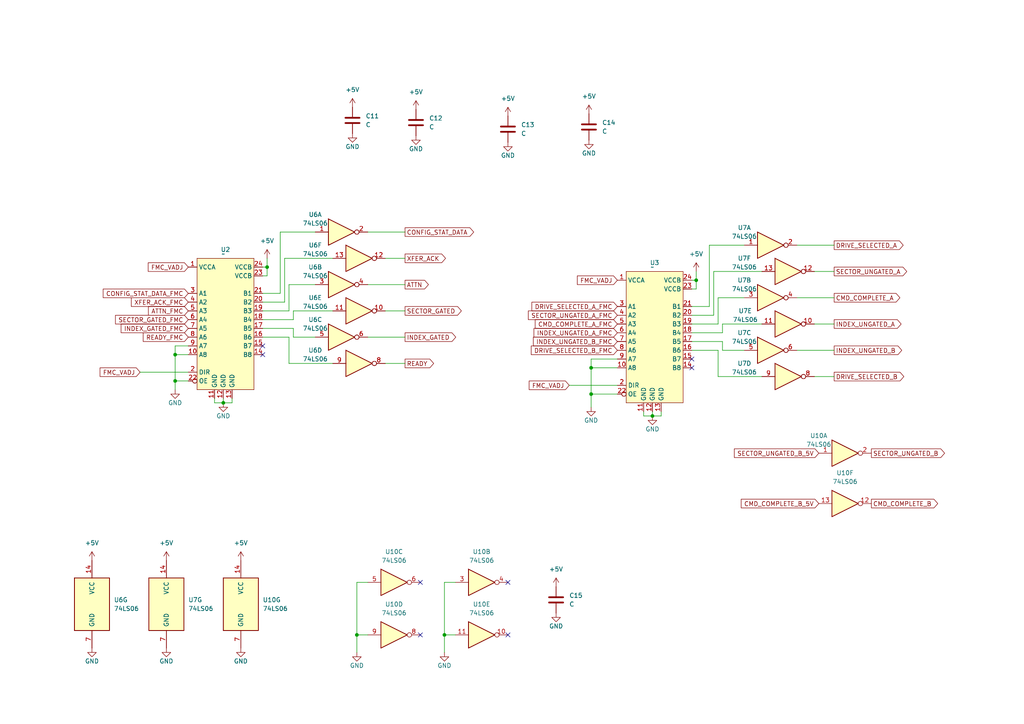
<source format=kicad_sch>
(kicad_sch (version 20231120) (generator "eeschema") (generator_version "8.0")
  (paper "A4")
  (lib_symbols
    (symbol "74xx:74LS06" (pin_names (offset 1.016))
      (property "Reference" "U" (at 0 1.27 0))
      (property "Value" "74LS06" (at 0 -1.27 0))
      (symbol "74LS06_1_0"
        (polyline (pts (xy -3.81 3.81) (xy -3.81 -3.81) (xy 3.81 0) (xy -3.81 3.81)) (stroke (width 0.254)) (fill (type background)))
        (pin input line (at -7.62 0 0) (length 3.81) (name "~") (number "1"))
        (pin open_collector inverted (at 7.62 0 180) (length 3.81) (name "~") (number "2"))
      )
      (symbol "74LS06_2_0"
        (polyline (pts (xy -3.81 3.81) (xy -3.81 -3.81) (xy 3.81 0) (xy -3.81 3.81)) (stroke (width 0.254)) (fill (type background)))
        (pin input line (at -7.62 0 0) (length 3.81) (name "~") (number "3"))
        (pin open_collector inverted (at 7.62 0 180) (length 3.81) (name "~") (number "4"))
      )
      (symbol "74LS06_3_0"
        (polyline (pts (xy -3.81 3.81) (xy -3.81 -3.81) (xy 3.81 0) (xy -3.81 3.81)) (stroke (width 0.254)) (fill (type background)))
        (pin input line (at -7.62 0 0) (length 3.81) (name "~") (number "5"))
        (pin open_collector inverted (at 7.62 0 180) (length 3.81) (name "~") (number "6"))
      )
      (symbol "74LS06_4_0"
        (polyline (pts (xy -3.81 3.81) (xy -3.81 -3.81) (xy 3.81 0) (xy -3.81 3.81)) (stroke (width 0.254)) (fill (type background)))
        (pin open_collector inverted (at 7.62 0 180) (length 3.81) (name "~") (number "8"))
        (pin input line (at -7.62 0 0) (length 3.81) (name "~") (number "9"))
      )
      (symbol "74LS06_5_0"
        (polyline (pts (xy -3.81 3.81) (xy -3.81 -3.81) (xy 3.81 0) (xy -3.81 3.81)) (stroke (width 0.254)) (fill (type background)))
        (pin open_collector inverted (at 7.62 0 180) (length 3.81) (name "~") (number "10"))
        (pin input line (at -7.62 0 0) (length 3.81) (name "~") (number "11"))
      )
      (symbol "74LS06_6_0"
        (polyline (pts (xy -3.81 3.81) (xy -3.81 -3.81) (xy 3.81 0) (xy -3.81 3.81)) (stroke (width 0.254)) (fill (type background)))
        (pin open_collector inverted (at 7.62 0 180) (length 3.81) (name "~") (number "12"))
        (pin input line (at -7.62 0 0) (length 3.81) (name "~") (number "13"))
      )
      (symbol "74LS06_7_0"
        (pin power_in line (at 0 12.7 270) (length 5.08) (name "VCC") (number "14"))
        (pin power_in line (at 0 -12.7 90) (length 5.08) (name "GND") (number "7"))
      )
      (symbol "74LS06_7_1"
        (rectangle (start -5.08 7.62) (end 5.08 -7.62) (stroke (width 0.254)) (fill (type background)))
      )
    )
    (symbol "Device:C" (pin_numbers hide) (pin_names (offset 0.254))
      (property "Reference" "C" (at 0.635 2.54 0))
      (property "Value" "C" (at 0.635 -2.54 0))
      (symbol "C_0_1"
        (polyline (pts (xy -2.032 -0.762) (xy 2.032 -0.762)) (stroke (width 0.508)))
        (polyline (pts (xy -2.032 0.762) (xy 2.032 0.762)) (stroke (width 0.508)))
      )
      (symbol "C_1_1"
        (pin passive line (at 0 3.81 270) (length 2.794) (name "~") (number "1"))
        (pin passive line (at 0 -3.81 90) (length 2.794) (name "~") (number "2"))
      )
    )
    (symbol "custom:SN74LXC8T245"
      (property "Reference" "U" (at 0 0 0))
      (symbol "SN74LXC8T245_1_1"
        (rectangle (start -7.62 -1.27) (end 8.89 -39.37) (fill (type background)))
        (pin power_in line (at -10.16 -3.81 0) (length 2.54) (name "VCCA") (number "1"))
        (pin bidirectional line (at -10.16 -29.21 0) (length 2.54) (name "A8") (number "10"))
        (pin power_in line (at -2.54 -41.91 90) (length 2.54) (name "GND") (number "11"))
        (pin power_in line (at 0 -41.91 90) (length 2.54) (name "GND") (number "12"))
        (pin power_in line (at 2.54 -41.91 90) (length 2.54) (name "GND") (number "13"))
        (pin bidirectional line (at 11.43 -29.21 180) (length 2.54) (name "B8") (number "14"))
        (pin bidirectional line (at 11.43 -26.67 180) (length 2.54) (name "B7") (number "15"))
        (pin bidirectional line (at 11.43 -24.13 180) (length 2.54) (name "B6") (number "16"))
        (pin bidirectional line (at 11.43 -21.59 180) (length 2.54) (name "B5") (number "17"))
        (pin bidirectional line (at 11.43 -19.05 180) (length 2.54) (name "B4") (number "18"))
        (pin bidirectional line (at 11.43 -16.51 180) (length 2.54) (name "B3") (number "19"))
        (pin input line (at -10.16 -34.29 0) (length 2.54) (name "DIR") (number "2"))
        (pin bidirectional line (at 11.43 -13.97 180) (length 2.54) (name "B2") (number "20"))
        (pin bidirectional line (at 11.43 -11.43 180) (length 2.54) (name "B1") (number "21"))
        (pin input inverted (at -10.16 -36.83 0) (length 2.54) (name "OE") (number "22"))
        (pin power_in line (at 11.43 -6.35 180) (length 2.54) (name "VCCB") (number "23"))
        (pin power_in line (at 11.43 -3.81 180) (length 2.54) (name "VCCB") (number "24"))
        (pin bidirectional line (at -10.16 -11.43 0) (length 2.54) (name "A1") (number "3"))
        (pin bidirectional line (at -10.16 -13.97 0) (length 2.54) (name "A2") (number "4"))
        (pin bidirectional line (at -10.16 -16.51 0) (length 2.54) (name "A3") (number "5"))
        (pin bidirectional line (at -10.16 -19.05 0) (length 2.54) (name "A4") (number "6"))
        (pin bidirectional line (at -10.16 -21.59 0) (length 2.54) (name "A5") (number "7"))
        (pin bidirectional line (at -10.16 -24.13 0) (length 2.54) (name "A6") (number "8"))
        (pin bidirectional line (at -10.16 -26.67 0) (length 2.54) (name "A7") (number "9"))
      )
    )
    (symbol "power:+5V" (power) (pin_names (offset 0))
      (property "Value" "+5V" (at 0 3.556 0))
      (symbol "+5V_0_1"
        (polyline (pts (xy -0.762 1.27) (xy 0 2.54)))
        (polyline (pts (xy 0 0) (xy 0 2.54)))
        (polyline (pts (xy 0 2.54) (xy 0.762 1.27)))
      )
      (symbol "+5V_1_1"
        (pin power_in line (at 0 0 90) (length 0) hide (name "+5V") (number "1"))
      )
    )
    (symbol "power:GND" (power) (pin_names (offset 0))
      (property "Value" "GND" (at 0 -3.81 0))
      (symbol "GND_0_1"
        (polyline (pts (xy 0 0) (xy 0 -1.27) (xy 1.27 -1.27) (xy 0 -2.54) (xy -1.27 -1.27) (xy 0 -1.27)))
      )
      (symbol "GND_1_1"
        (pin power_in line (at 0 0 270) (length 0) hide (name "GND") (number "1"))
      )
    )
  )
  (junction (at 171.45 106.68))
  (junction (at 128.905 184.15))
  (junction (at 189.23 120.65))
  (junction (at 50.8 110.49))
  (junction (at 50.8 102.87))
  (junction (at 77.47 77.47))
  (junction (at 64.77 116.84))
  (junction (at 103.505 184.15))
  (junction (at 171.45 114.3))
  (junction (at 201.93 81.28))
  (no_connect (at 76.2 100.33))
  (no_connect (at 121.92 184.15))
  (no_connect (at 200.66 104.14))
  (no_connect (at 76.2 102.87))
  (no_connect (at 200.66 106.68))
  (no_connect (at 147.32 168.91))
  (no_connect (at 121.92 168.91))
  (no_connect (at 147.32 184.15))
  (wire (pts (xy 189.23 119.38) (xy 189.23 120.65)))
  (wire (pts (xy 67.31 115.57) (xy 67.31 116.84)))
  (wire (pts (xy 171.45 114.3) (xy 179.07 114.3)))
  (wire (pts (xy 106.68 168.91) (xy 103.505 168.91)))
  (wire (pts (xy 200.66 83.82) (xy 201.93 83.82)))
  (wire (pts (xy 201.93 81.28) (xy 201.93 83.82)))
  (wire (pts (xy 132.08 184.15) (xy 128.905 184.15)))
  (wire (pts (xy 208.28 101.6) (xy 208.28 109.22)))
  (wire (pts (xy 54.61 110.49) (xy 50.8 110.49)))
  (wire (pts (xy 103.505 184.15) (xy 103.505 189.23)))
  (wire (pts (xy 215.9 71.12) (xy 205.74 71.12)))
  (wire (pts (xy 40.64 107.95) (xy 54.61 107.95)))
  (wire (pts (xy 231.14 101.6) (xy 241.935 101.6)))
  (wire (pts (xy 209.55 96.52) (xy 209.55 93.98)))
  (wire (pts (xy 236.22 78.74) (xy 241.935 78.74)))
  (wire (pts (xy 201.93 81.28) (xy 201.93 78.74)))
  (wire (pts (xy 62.23 116.84) (xy 64.77 116.84)))
  (wire (pts (xy 179.07 106.68) (xy 171.45 106.68)))
  (wire (pts (xy 128.905 168.91) (xy 132.08 168.91)))
  (wire (pts (xy 76.2 87.63) (xy 82.55 87.63)))
  (wire (pts (xy 81.28 67.31) (xy 81.28 85.09)))
  (wire (pts (xy 54.61 100.33) (xy 50.8 100.33)))
  (wire (pts (xy 200.66 101.6) (xy 208.28 101.6)))
  (wire (pts (xy 200.66 81.28) (xy 201.93 81.28)))
  (wire (pts (xy 67.31 116.84) (xy 64.77 116.84)))
  (wire (pts (xy 103.505 168.91) (xy 103.505 184.15)))
  (wire (pts (xy 209.55 101.6) (xy 209.55 99.06)))
  (wire (pts (xy 220.98 109.22) (xy 208.28 109.22)))
  (wire (pts (xy 81.28 85.09) (xy 76.2 85.09)))
  (wire (pts (xy 215.9 86.36) (xy 208.28 86.36)))
  (wire (pts (xy 77.47 77.47) (xy 77.47 74.93)))
  (wire (pts (xy 50.8 100.33) (xy 50.8 102.87)))
  (wire (pts (xy 236.22 109.22) (xy 241.935 109.22)))
  (wire (pts (xy 106.68 67.31) (xy 117.475 67.31)))
  (wire (pts (xy 179.07 104.14) (xy 171.45 104.14)))
  (wire (pts (xy 50.8 110.49) (xy 50.8 113.03)))
  (wire (pts (xy 82.55 74.93) (xy 96.52 74.93)))
  (wire (pts (xy 215.9 101.6) (xy 209.55 101.6)))
  (wire (pts (xy 83.82 82.55) (xy 91.44 82.55)))
  (wire (pts (xy 209.55 93.98) (xy 220.98 93.98)))
  (wire (pts (xy 82.55 87.63) (xy 82.55 74.93)))
  (wire (pts (xy 171.45 106.68) (xy 171.45 114.3)))
  (wire (pts (xy 106.68 97.79) (xy 117.475 97.79)))
  (wire (pts (xy 205.74 71.12) (xy 205.74 88.9)))
  (wire (pts (xy 207.01 91.44) (xy 207.01 78.74)))
  (wire (pts (xy 128.905 184.15) (xy 128.905 189.23)))
  (wire (pts (xy 76.2 77.47) (xy 77.47 77.47)))
  (wire (pts (xy 76.2 92.71) (xy 85.09 92.71)))
  (wire (pts (xy 77.47 77.47) (xy 77.47 80.01)))
  (wire (pts (xy 106.68 82.55) (xy 117.475 82.55)))
  (wire (pts (xy 85.09 92.71) (xy 85.09 90.17)))
  (wire (pts (xy 64.77 115.57) (xy 64.77 116.84)))
  (wire (pts (xy 111.76 74.93) (xy 117.475 74.93)))
  (wire (pts (xy 76.2 95.25) (xy 85.09 95.25)))
  (wire (pts (xy 128.905 168.91) (xy 128.905 184.15)))
  (wire (pts (xy 191.77 119.38) (xy 191.77 120.65)))
  (wire (pts (xy 83.82 97.79) (xy 83.82 105.41)))
  (wire (pts (xy 76.2 80.01) (xy 77.47 80.01)))
  (wire (pts (xy 205.74 88.9) (xy 200.66 88.9)))
  (wire (pts (xy 85.09 95.25) (xy 85.09 97.79)))
  (wire (pts (xy 106.68 184.15) (xy 103.505 184.15)))
  (wire (pts (xy 171.45 104.14) (xy 171.45 106.68)))
  (wire (pts (xy 111.76 90.17) (xy 117.475 90.17)))
  (wire (pts (xy 209.55 99.06) (xy 200.66 99.06)))
  (wire (pts (xy 200.66 96.52) (xy 209.55 96.52)))
  (wire (pts (xy 171.45 114.3) (xy 171.45 118.11)))
  (wire (pts (xy 54.61 102.87) (xy 50.8 102.87)))
  (wire (pts (xy 50.8 102.87) (xy 50.8 110.49)))
  (wire (pts (xy 83.82 105.41) (xy 96.52 105.41)))
  (wire (pts (xy 186.69 119.38) (xy 186.69 120.65)))
  (wire (pts (xy 191.77 120.65) (xy 189.23 120.65)))
  (wire (pts (xy 208.28 93.98) (xy 200.66 93.98)))
  (wire (pts (xy 200.66 91.44) (xy 207.01 91.44)))
  (wire (pts (xy 207.01 78.74) (xy 220.98 78.74)))
  (wire (pts (xy 76.2 97.79) (xy 83.82 97.79)))
  (wire (pts (xy 208.28 86.36) (xy 208.28 93.98)))
  (wire (pts (xy 231.14 86.36) (xy 241.935 86.36)))
  (wire (pts (xy 85.09 90.17) (xy 96.52 90.17)))
  (wire (pts (xy 111.76 105.41) (xy 117.475 105.41)))
  (wire (pts (xy 62.23 115.57) (xy 62.23 116.84)))
  (wire (pts (xy 76.2 90.17) (xy 83.82 90.17)))
  (wire (pts (xy 231.14 71.12) (xy 241.935 71.12)))
  (wire (pts (xy 83.82 90.17) (xy 83.82 82.55)))
  (wire (pts (xy 165.1 111.76) (xy 179.07 111.76)))
  (wire (pts (xy 85.09 97.79) (xy 91.44 97.79)))
  (wire (pts (xy 91.44 67.31) (xy 81.28 67.31)))
  (wire (pts (xy 236.22 93.98) (xy 241.935 93.98)))
  (wire (pts (xy 186.69 120.65) (xy 189.23 120.65)))
  (global_label "CMD_COMPLETE_B_5V" (shape input) (at 237.49 146.05 180) (property "Intersheetrefs" "${INTERSHEET_REFS}" (effects (hide yes))))
  (global_label "CONFIG_STAT_DATA_FMC" (shape input) (at 54.61 85.09 180) (property "Intersheetrefs" "${INTERSHEET_REFS}" (effects (hide yes))))
  (global_label "READY" (shape output) (at 117.475 105.41 0) (property "Intersheetrefs" "${INTERSHEET_REFS}" (effects (hide yes))))
  (global_label "CMD_COMPLETE_A" (shape output) (at 241.935 86.36 0) (property "Intersheetrefs" "${INTERSHEET_REFS}" (effects (hide yes))))
  (global_label "CMD_COMPLETE_A_FMC" (shape input) (at 179.07 93.98 180) (property "Intersheetrefs" "${INTERSHEET_REFS}" (effects (hide yes))))
  (global_label "DRIVE_SELECTED_A" (shape output) (at 241.935 71.12 0) (property "Intersheetrefs" "${INTERSHEET_REFS}" (effects (hide yes))))
  (global_label "FMC_VADJ" (shape input) (at 40.64 107.95 180) (property "Intersheetrefs" "${INTERSHEET_REFS}" (effects (hide yes))))
  (global_label "INDEX_UNGATED_A_FMC" (shape input) (at 179.07 96.52 180) (property "Intersheetrefs" "${INTERSHEET_REFS}" (effects (hide yes))))
  (global_label "SECTOR_UNGATED_B" (shape output) (at 252.73 131.445 0) (property "Intersheetrefs" "${INTERSHEET_REFS}" (effects (hide yes))))
  (global_label "FMC_VADJ" (shape input) (at 179.07 81.28 180) (property "Intersheetrefs" "${INTERSHEET_REFS}" (effects (hide yes))))
  (global_label "INDEX_UNGATED_A" (shape output) (at 241.935 93.98 0) (property "Intersheetrefs" "${INTERSHEET_REFS}" (effects (hide yes))))
  (global_label "INDEX_UNGATED_B" (shape output) (at 241.935 101.6 0) (property "Intersheetrefs" "${INTERSHEET_REFS}" (effects (hide yes))))
  (global_label "CMD_COMPLETE_B" (shape output) (at 252.73 146.05 0) (property "Intersheetrefs" "${INTERSHEET_REFS}" (effects (hide yes))))
  (global_label "SECTOR_UNGATED_A" (shape output) (at 241.935 78.74 0) (property "Intersheetrefs" "${INTERSHEET_REFS}" (effects (hide yes))))
  (global_label "READY_FMC" (shape input) (at 54.61 97.79 180) (property "Intersheetrefs" "${INTERSHEET_REFS}" (effects (hide yes))))
  (global_label "DRIVE_SELECTED_B_FMC" (shape input) (at 179.07 101.6 180) (property "Intersheetrefs" "${INTERSHEET_REFS}" (effects (hide yes))))
  (global_label "XFER_ACK_FMC" (shape input) (at 54.61 87.63 180) (property "Intersheetrefs" "${INTERSHEET_REFS}" (effects (hide yes))))
  (global_label "INDEX_UNGATED_B_FMC" (shape input) (at 179.07 99.06 180) (property "Intersheetrefs" "${INTERSHEET_REFS}" (effects (hide yes))))
  (global_label "INDEX_GATED" (shape output) (at 117.475 97.79 0) (property "Intersheetrefs" "${INTERSHEET_REFS}" (effects (hide yes))))
  (global_label "SECTOR_GATED" (shape output) (at 117.475 90.17 0) (property "Intersheetrefs" "${INTERSHEET_REFS}" (effects (hide yes))))
  (global_label "CONFIG_STAT_DATA" (shape output) (at 117.475 67.31 0) (property "Intersheetrefs" "${INTERSHEET_REFS}" (effects (hide yes))))
  (global_label "SECTOR_GATED_FMC" (shape input) (at 54.61 92.71 180) (property "Intersheetrefs" "${INTERSHEET_REFS}" (effects (hide yes))))
  (global_label "SECTOR_UNGATED_A_FMC" (shape input) (at 179.07 91.44 180) (property "Intersheetrefs" "${INTERSHEET_REFS}" (effects (hide yes))))
  (global_label "ATTN" (shape output) (at 117.475 82.55 0) (property "Intersheetrefs" "${INTERSHEET_REFS}" (effects (hide yes))))
  (global_label "FMC_VADJ" (shape input) (at 54.61 77.47 180) (property "Intersheetrefs" "${INTERSHEET_REFS}" (effects (hide yes))))
  (global_label "ATTN_FMC" (shape input) (at 54.61 90.17 180) (property "Intersheetrefs" "${INTERSHEET_REFS}" (effects (hide yes))))
  (global_label "DRIVE_SELECTED_A_FMC" (shape input) (at 179.07 88.9 180) (property "Intersheetrefs" "${INTERSHEET_REFS}" (effects (hide yes))))
  (global_label "INDEX_GATED_FMC" (shape input) (at 54.61 95.25 180) (property "Intersheetrefs" "${INTERSHEET_REFS}" (effects (hide yes))))
  (global_label "SECTOR_UNGATED_B_5V" (shape input) (at 237.49 131.445 180) (property "Intersheetrefs" "${INTERSHEET_REFS}" (effects (hide yes))))
  (global_label "XFER_ACK" (shape output) (at 117.475 74.93 0) (property "Intersheetrefs" "${INTERSHEET_REFS}" (effects (hide yes))))
  (global_label "DRIVE_SELECTED_B" (shape output) (at 241.935 109.22 0) (property "Intersheetrefs" "${INTERSHEET_REFS}" (effects (hide yes))))
  (global_label "FMC_VADJ" (shape input) (at 165.1 111.76 180) (property "Intersheetrefs" "${INTERSHEET_REFS}" (effects (hide yes))))
  (symbol (lib_id "power:+5V") (at 77.47 74.93 0) (unit 1)
    (property "Reference" "#PWR019" (effects (hide yes)))
    (property "Value" "+5V" (at 77.47 69.85 0))
  )
  (symbol (lib_id "74xx:74LS06") (at 99.06 97.79 0) (unit 3)
    (property "Reference" "U6" (at 91.44 92.71 0))
    (property "Value" "74LS06" (at 91.44 95.25 0))
    (property "Footprint" "Package_SO:SOIC-14_3.9x8.7mm_P1.27mm" (effects (hide yes)))
    (property "Datasheet" "http://www.ti.com/lit/gpn/sn74LS06" (effects (hide yes)))
  )
  (symbol (lib_id "power:GND") (at 50.8 113.03 0) (unit 1)
    (property "Reference" "#PWR035" (effects (hide yes)))
    (property "Value" "GND" (at 50.8 116.84 0))
  )
  (symbol (lib_id "power:+5V") (at 161.29 170.18 0) (unit 1)
    (property "Reference" "#PWR075" (effects (hide yes)))
    (property "Value" "+5V" (at 161.29 165.1 0))
  )
  (symbol (lib_id "74xx:74LS06") (at 48.26 175.26 0) (unit 7)
    (property "Reference" "U7" (at 54.61 173.99 0) (effects (justify left)))
    (property "Value" "74LS06" (at 54.61 176.53 0) (effects (justify left)))
    (property "Footprint" "Package_SO:SOIC-14_3.9x8.7mm_P1.27mm" (effects (hide yes)))
    (property "Datasheet" "http://www.ti.com/lit/gpn/sn74LS06" (effects (hide yes)))
  )
  (symbol (lib_id "Device:C") (at 161.29 173.99 0) (unit 1)
    (property "Reference" "C15" (at 165.1 172.72 0) (effects (justify left)))
    (property "Value" "C" (at 165.1 175.26 0) (effects (justify left)))
    (property "Footprint" "Capacitor_SMD:C_0402_1005Metric" (effects (hide yes)))
  )
  (symbol (lib_id "74xx:74LS06") (at 223.52 71.12 0) (unit 1)
    (property "Reference" "U7" (at 215.9 66.04 0))
    (property "Value" "74LS06" (at 215.9 68.58 0))
    (property "Footprint" "Package_SO:SOIC-14_3.9x8.7mm_P1.27mm" (effects (hide yes)))
    (property "Datasheet" "http://www.ti.com/lit/gpn/sn74LS06" (effects (hide yes)))
  )
  (symbol (lib_id "74xx:74LS06") (at 99.06 82.55 0) (unit 2)
    (property "Reference" "U6" (at 91.44 77.47 0))
    (property "Value" "74LS06" (at 91.44 80.01 0))
    (property "Footprint" "Package_SO:SOIC-14_3.9x8.7mm_P1.27mm" (effects (hide yes)))
    (property "Datasheet" "http://www.ti.com/lit/gpn/sn74LS06" (effects (hide yes)))
  )
  (symbol (lib_id "power:+5V") (at 48.26 162.56 0) (mirror y) (unit 1)
    (property "Reference" "#PWR025" (effects (hide yes)))
    (property "Value" "+5V" (at 48.26 157.48 0))
  )
  (symbol (lib_id "74xx:74LS06") (at 104.14 105.41 0) (unit 4)
    (property "Reference" "U6" (at 91.44 101.6 0))
    (property "Value" "74LS06" (at 91.44 104.14 0))
    (property "Footprint" "Package_SO:SOIC-14_3.9x8.7mm_P1.27mm" (effects (hide yes)))
    (property "Datasheet" "http://www.ti.com/lit/gpn/sn74LS06" (effects (hide yes)))
  )
  (symbol (lib_id "Device:C") (at 147.32 37.465 0) (unit 1)
    (property "Reference" "C13" (at 151.13 36.195 0) (effects (justify left)))
    (property "Value" "C" (at 151.13 38.735 0) (effects (justify left)))
    (property "Footprint" "Capacitor_SMD:C_0402_1005Metric" (effects (hide yes)))
  )
  (symbol (lib_id "74xx:74LS06") (at 114.3 168.91 0) (unit 3)
    (property "Reference" "U10" (at 114.3 160.02 0))
    (property "Value" "74LS06" (at 114.3 162.56 0))
    (property "Footprint" "Package_SO:SOIC-14_3.9x8.7mm_P1.27mm" (effects (hide yes)))
    (property "Datasheet" "http://www.ti.com/lit/gpn/sn74LS06" (effects (hide yes)))
  )
  (symbol (lib_id "power:GND") (at 161.29 177.8 0) (mirror y) (unit 1)
    (property "Reference" "#PWR076" (effects (hide yes)))
    (property "Value" "GND" (at 161.29 181.61 0))
  )
  (symbol (lib_id "74xx:74LS06") (at 69.85 175.26 0) (unit 7)
    (property "Reference" "U10" (at 76.2 173.99 0) (effects (justify left)))
    (property "Value" "74LS06" (at 76.2 176.53 0) (effects (justify left)))
    (property "Footprint" "Package_SO:SOIC-14_3.9x8.7mm_P1.27mm" (effects (hide yes)))
    (property "Datasheet" "http://www.ti.com/lit/gpn/sn74LS06" (effects (hide yes)))
  )
  (symbol (lib_id "74xx:74LS06") (at 114.3 184.15 0) (unit 4)
    (property "Reference" "U10" (at 114.3 175.26 0))
    (property "Value" "74LS06" (at 114.3 177.8 0))
    (property "Footprint" "Package_SO:SOIC-14_3.9x8.7mm_P1.27mm" (effects (hide yes)))
    (property "Datasheet" "http://www.ti.com/lit/gpn/sn74LS06" (effects (hide yes)))
  )
  (symbol (lib_id "power:+5V") (at 69.85 162.56 0) (mirror y) (unit 1)
    (property "Reference" "#PWR023" (effects (hide yes)))
    (property "Value" "+5V" (at 69.85 157.48 0))
  )
  (symbol (lib_id "power:GND") (at 103.505 189.23 0) (unit 1)
    (property "Reference" "#PWR029" (effects (hide yes)))
    (property "Value" "GND" (at 103.505 193.04 0))
  )
  (symbol (lib_id "power:GND") (at 189.23 120.65 0) (unit 1)
    (property "Reference" "#PWR015" (effects (hide yes)))
    (property "Value" "GND" (at 189.23 124.46 0))
  )
  (symbol (lib_id "Device:C") (at 120.65 35.56 0) (unit 1)
    (property "Reference" "C12" (at 124.46 34.29 0) (effects (justify left)))
    (property "Value" "C" (at 124.46 36.83 0) (effects (justify left)))
    (property "Footprint" "Capacitor_SMD:C_0402_1005Metric" (effects (hide yes)))
  )
  (symbol (lib_id "custom:SN74LXC8T245") (at 64.77 73.66 0) (unit 1)
    (property "Reference" "U2" (at 65.405 72.39 0))
    (property "Value" "~" (at 64.77 73.66 0))
    (property "Footprint" "Package_SO:TSSOP-24_4.4x7.8mm_P0.65mm" (effects (hide yes)))
  )
  (symbol (lib_id "power:GND") (at 147.32 41.275 0) (mirror y) (unit 1)
    (property "Reference" "#PWR072" (effects (hide yes)))
    (property "Value" "GND" (at 147.32 45.085 0))
  )
  (symbol (lib_id "74xx:74LS06") (at 245.11 146.05 0) (unit 6)
    (property "Reference" "U10" (at 245.11 137.16 0))
    (property "Value" "74LS06" (at 245.11 139.7 0))
    (property "Footprint" "Package_SO:SOIC-14_3.9x8.7mm_P1.27mm" (effects (hide yes)))
    (property "Datasheet" "http://www.ti.com/lit/gpn/sn74LS06" (effects (hide yes)))
  )
  (symbol (lib_id "power:GND") (at 69.85 187.96 0) (unit 1)
    (property "Reference" "#PWR024" (effects (hide yes)))
    (property "Value" "GND" (at 69.85 191.77 0))
  )
  (symbol (lib_id "74xx:74LS06") (at 139.7 168.91 0) (unit 2)
    (property "Reference" "U10" (at 139.7 160.02 0))
    (property "Value" "74LS06" (at 139.7 162.56 0))
    (property "Footprint" "Package_SO:SOIC-14_3.9x8.7mm_P1.27mm" (effects (hide yes)))
    (property "Datasheet" "http://www.ti.com/lit/gpn/sn74LS06" (effects (hide yes)))
  )
  (symbol (lib_id "power:+5V") (at 26.67 162.56 0) (mirror y) (unit 1)
    (property "Reference" "#PWR026" (effects (hide yes)))
    (property "Value" "+5V" (at 26.67 157.48 0))
  )
  (symbol (lib_id "Device:C") (at 170.815 36.83 0) (unit 1)
    (property "Reference" "C14" (at 174.625 35.56 0) (effects (justify left)))
    (property "Value" "C" (at 174.625 38.1 0) (effects (justify left)))
    (property "Footprint" "Capacitor_SMD:C_0402_1005Metric" (effects (hide yes)))
  )
  (symbol (lib_id "power:+5V") (at 147.32 33.655 0) (unit 1)
    (property "Reference" "#PWR071" (effects (hide yes)))
    (property "Value" "+5V" (at 147.32 28.575 0))
  )
  (symbol (lib_id "74xx:74LS06") (at 228.6 93.98 0) (unit 5)
    (property "Reference" "U7" (at 216.154 90.17 0))
    (property "Value" "74LS06" (at 216.154 92.71 0))
    (property "Footprint" "Package_SO:SOIC-14_3.9x8.7mm_P1.27mm" (effects (hide yes)))
    (property "Datasheet" "http://www.ti.com/lit/gpn/sn74LS06" (effects (hide yes)))
  )
  (symbol (lib_id "74xx:74LS06") (at 228.6 109.22 0) (unit 4)
    (property "Reference" "U7" (at 215.9 105.41 0))
    (property "Value" "74LS06" (at 215.9 107.95 0))
    (property "Footprint" "Package_SO:SOIC-14_3.9x8.7mm_P1.27mm" (effects (hide yes)))
    (property "Datasheet" "http://www.ti.com/lit/gpn/sn74LS06" (effects (hide yes)))
  )
  (symbol (lib_id "power:GND") (at 171.45 118.11 0) (unit 1)
    (property "Reference" "#PWR034" (effects (hide yes)))
    (property "Value" "GND" (at 171.45 121.92 0))
  )
  (symbol (lib_id "power:GND") (at 128.905 189.23 0) (unit 1)
    (property "Reference" "#PWR039" (effects (hide yes)))
    (property "Value" "GND" (at 128.905 193.04 0))
  )
  (symbol (lib_id "power:GND") (at 102.235 38.735 0) (mirror y) (unit 1)
    (property "Reference" "#PWR068" (effects (hide yes)))
    (property "Value" "GND" (at 102.235 42.545 0))
  )
  (symbol (lib_id "74xx:74LS06") (at 223.52 101.6 0) (unit 3)
    (property "Reference" "U7" (at 215.9 96.52 0))
    (property "Value" "74LS06" (at 215.9 99.06 0))
    (property "Footprint" "Package_SO:SOIC-14_3.9x8.7mm_P1.27mm" (effects (hide yes)))
    (property "Datasheet" "http://www.ti.com/lit/gpn/sn74LS06" (effects (hide yes)))
  )
  (symbol (lib_id "74xx:74LS06") (at 223.52 86.36 0) (unit 2)
    (property "Reference" "U7" (at 215.9 81.28 0))
    (property "Value" "74LS06" (at 215.9 83.82 0))
    (property "Footprint" "Package_SO:SOIC-14_3.9x8.7mm_P1.27mm" (effects (hide yes)))
    (property "Datasheet" "http://www.ti.com/lit/gpn/sn74LS06" (effects (hide yes)))
  )
  (symbol (lib_id "power:GND") (at 48.26 187.96 0) (unit 1)
    (property "Reference" "#PWR028" (effects (hide yes)))
    (property "Value" "GND" (at 48.26 191.77 0))
  )
  (symbol (lib_id "power:+5V") (at 120.65 31.75 0) (unit 1)
    (property "Reference" "#PWR069" (effects (hide yes)))
    (property "Value" "+5V" (at 120.65 26.67 0))
  )
  (symbol (lib_id "power:GND") (at 170.815 40.64 0) (mirror y) (unit 1)
    (property "Reference" "#PWR074" (effects (hide yes)))
    (property "Value" "GND" (at 170.815 44.45 0))
  )
  (symbol (lib_id "power:+5V") (at 170.815 33.02 0) (unit 1)
    (property "Reference" "#PWR073" (effects (hide yes)))
    (property "Value" "+5V" (at 170.815 27.94 0))
  )
  (symbol (lib_id "power:+5V") (at 102.235 31.115 0) (unit 1)
    (property "Reference" "#PWR067" (effects (hide yes)))
    (property "Value" "+5V" (at 102.235 26.035 0))
  )
  (symbol (lib_id "74xx:74LS06") (at 139.7 184.15 0) (unit 5)
    (property "Reference" "U10" (at 139.7 175.26 0))
    (property "Value" "74LS06" (at 139.7 177.8 0))
    (property "Footprint" "Package_SO:SOIC-14_3.9x8.7mm_P1.27mm" (effects (hide yes)))
    (property "Datasheet" "http://www.ti.com/lit/gpn/sn74LS06" (effects (hide yes)))
  )
  (symbol (lib_id "Device:C") (at 102.235 34.925 0) (unit 1)
    (property "Reference" "C11" (at 106.045 33.655 0) (effects (justify left)))
    (property "Value" "C" (at 106.045 36.195 0) (effects (justify left)))
    (property "Footprint" "Capacitor_SMD:C_0402_1005Metric" (effects (hide yes)))
  )
  (symbol (lib_id "power:GND") (at 26.67 187.96 0) (unit 1)
    (property "Reference" "#PWR027" (effects (hide yes)))
    (property "Value" "GND" (at 26.67 191.77 0))
  )
  (symbol (lib_id "74xx:74LS06") (at 26.67 175.26 0) (unit 7)
    (property "Reference" "U6" (at 33.02 173.99 0) (effects (justify left)))
    (property "Value" "74LS06" (at 33.02 176.53 0) (effects (justify left)))
    (property "Footprint" "Package_SO:SOIC-14_3.9x8.7mm_P1.27mm" (effects (hide yes)))
    (property "Datasheet" "http://www.ti.com/lit/gpn/sn74LS06" (effects (hide yes)))
  )
  (symbol (lib_id "power:+5V") (at 201.93 78.74 0) (unit 1)
    (property "Reference" "#PWR020" (effects (hide yes)))
    (property "Value" "+5V" (at 201.93 73.66 0))
  )
  (symbol (lib_id "74xx:74LS06") (at 245.11 131.445 0) (unit 1)
    (property "Reference" "U10" (at 237.49 126.365 0))
    (property "Value" "74LS06" (at 237.49 128.905 0))
    (property "Footprint" "Package_SO:SOIC-14_3.9x8.7mm_P1.27mm" (effects (hide yes)))
    (property "Datasheet" "http://www.ti.com/lit/gpn/sn74LS06" (effects (hide yes)))
  )
  (symbol (lib_id "74xx:74LS06") (at 228.6 78.74 0) (unit 6)
    (property "Reference" "U7" (at 215.9 74.93 0))
    (property "Value" "74LS06" (at 215.9 77.47 0))
    (property "Footprint" "Package_SO:SOIC-14_3.9x8.7mm_P1.27mm" (effects (hide yes)))
    (property "Datasheet" "http://www.ti.com/lit/gpn/sn74LS06" (effects (hide yes)))
  )
  (symbol (lib_id "power:GND") (at 120.65 39.37 0) (mirror y) (unit 1)
    (property "Reference" "#PWR070" (effects (hide yes)))
    (property "Value" "GND" (at 120.65 43.18 0))
  )
  (symbol (lib_id "74xx:74LS06") (at 104.14 74.93 0) (unit 6)
    (property "Reference" "U6" (at 91.44 71.12 0))
    (property "Value" "74LS06" (at 91.44 73.66 0))
    (property "Footprint" "Package_SO:SOIC-14_3.9x8.7mm_P1.27mm" (effects (hide yes)))
    (property "Datasheet" "http://www.ti.com/lit/gpn/sn74LS06" (effects (hide yes)))
  )
  (symbol (lib_id "power:GND") (at 64.77 116.84 0) (unit 1)
    (property "Reference" "#PWR014" (effects (hide yes)))
    (property "Value" "GND" (at 64.77 120.65 0))
  )
  (symbol (lib_id "74xx:74LS06") (at 99.06 67.31 0) (unit 1)
    (property "Reference" "U6" (at 91.44 62.23 0))
    (property "Value" "74LS06" (at 91.44 64.77 0))
    (property "Footprint" "Package_SO:SOIC-14_3.9x8.7mm_P1.27mm" (effects (hide yes)))
    (property "Datasheet" "http://www.ti.com/lit/gpn/sn74LS06" (effects (hide yes)))
  )
  (symbol (lib_id "custom:SN74LXC8T245") (at 189.23 77.47 0) (unit 1)
    (property "Reference" "U3" (at 189.865 76.2 0))
    (property "Value" "~" (at 189.23 77.47 0))
    (property "Footprint" "Package_SO:TSSOP-24_4.4x7.8mm_P0.65mm" (effects (hide yes)))
  )
  (symbol (lib_id "74xx:74LS06") (at 104.14 90.17 0) (unit 5)
    (property "Reference" "U6" (at 91.44 86.36 0))
    (property "Value" "74LS06" (at 91.44 88.9 0))
    (property "Footprint" "Package_SO:SOIC-14_3.9x8.7mm_P1.27mm" (effects (hide yes)))
    (property "Datasheet" "http://www.ti.com/lit/gpn/sn74LS06" (effects (hide yes)))
  )
)
</source>
